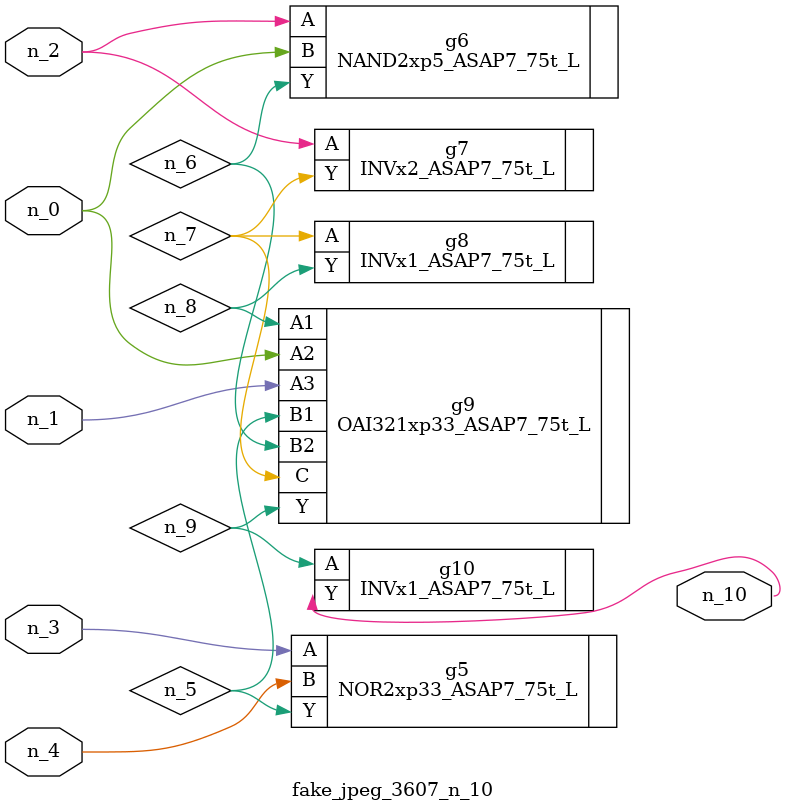
<source format=v>
module fake_jpeg_3607_n_10 (n_3, n_2, n_1, n_0, n_4, n_10);

input n_3;
input n_2;
input n_1;
input n_0;
input n_4;

output n_10;

wire n_8;
wire n_9;
wire n_6;
wire n_5;
wire n_7;

NOR2xp33_ASAP7_75t_L g5 ( 
.A(n_3),
.B(n_4),
.Y(n_5)
);

NAND2xp5_ASAP7_75t_L g6 ( 
.A(n_2),
.B(n_0),
.Y(n_6)
);

INVx2_ASAP7_75t_L g7 ( 
.A(n_2),
.Y(n_7)
);

INVx1_ASAP7_75t_L g8 ( 
.A(n_7),
.Y(n_8)
);

OAI321xp33_ASAP7_75t_L g9 ( 
.A1(n_8),
.A2(n_0),
.A3(n_1),
.B1(n_5),
.B2(n_6),
.C(n_7),
.Y(n_9)
);

INVx1_ASAP7_75t_L g10 ( 
.A(n_9),
.Y(n_10)
);


endmodule
</source>
